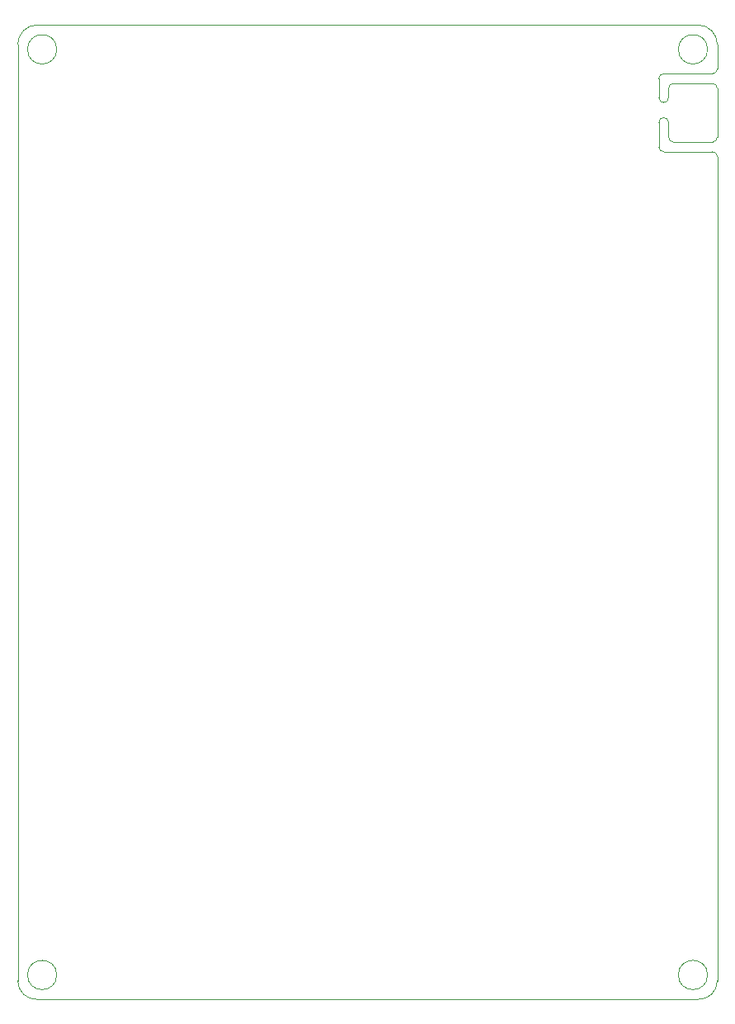
<source format=gm1>
G04 #@! TF.GenerationSoftware,KiCad,Pcbnew,(6.0.5)*
G04 #@! TF.CreationDate,2022-06-09T16:15:49+02:00*
G04 #@! TF.ProjectId,ruche,72756368-652e-46b6-9963-61645f706362,rev?*
G04 #@! TF.SameCoordinates,Original*
G04 #@! TF.FileFunction,Profile,NP*
%FSLAX46Y46*%
G04 Gerber Fmt 4.6, Leading zero omitted, Abs format (unit mm)*
G04 Created by KiCad (PCBNEW (6.0.5)) date 2022-06-09 16:15:49*
%MOMM*%
%LPD*%
G01*
G04 APERTURE LIST*
G04 #@! TA.AperFunction,Profile*
%ADD10C,0.050000*%
G04 #@! TD*
G04 APERTURE END LIST*
D10*
X98500000Y-169010000D02*
X166300000Y-169010000D01*
X168300000Y-80610000D02*
X168300000Y-75610000D01*
X168299975Y-71110000D02*
G75*
G03*
X166300000Y-69100000I-1999975J10000D01*
G01*
X96500000Y-80390000D02*
X96500000Y-167110000D01*
X163300000Y-76560000D02*
X163300000Y-75610000D01*
X167800000Y-81110000D02*
G75*
G03*
X168300000Y-80610000I0J500000D01*
G01*
X163800000Y-81110000D02*
X167800000Y-81110000D01*
X167300000Y-71610000D02*
G75*
G03*
X167300000Y-71610000I-1500000J0D01*
G01*
X167800000Y-74110000D02*
X162800000Y-74110000D01*
X98500000Y-69100000D02*
X125900000Y-69100000D01*
X168300000Y-75610000D02*
G75*
G03*
X167800000Y-75110000I-500000J0D01*
G01*
X162800000Y-74110000D02*
G75*
G03*
X162300000Y-74610000I0J-500000D01*
G01*
X163300000Y-79110000D02*
G75*
G03*
X162300000Y-79110000I-500000J0D01*
G01*
X100500000Y-166510000D02*
G75*
G03*
X100500000Y-166510000I-1500000J0D01*
G01*
X167800000Y-82110000D02*
X162800000Y-82110000D01*
X166300000Y-69100000D02*
X125900000Y-69100000D01*
X162300000Y-81610000D02*
X162300000Y-79110000D01*
X163300000Y-79110000D02*
X163300000Y-80610000D01*
X163300000Y-80610000D02*
G75*
G03*
X163800000Y-81110000I500000J0D01*
G01*
X98500000Y-69100025D02*
G75*
G03*
X96500000Y-71110000I10000J-2009975D01*
G01*
X166300000Y-169010000D02*
G75*
G03*
X168300000Y-167110000I97500J1900000D01*
G01*
X162300000Y-81610000D02*
G75*
G03*
X162800000Y-82110000I500000J0D01*
G01*
X96500000Y-167110000D02*
G75*
G03*
X98500000Y-169010000I1902500J0D01*
G01*
X168300000Y-82610000D02*
G75*
G03*
X167800000Y-82110000I-500000J0D01*
G01*
X167300000Y-166510000D02*
G75*
G03*
X167300000Y-166510000I-1500000J0D01*
G01*
X163800000Y-75110000D02*
X167800000Y-75110000D01*
X168300000Y-73610000D02*
X168300000Y-71110000D01*
X163800000Y-75110000D02*
G75*
G03*
X163300000Y-75610000I0J-500000D01*
G01*
X162300000Y-74610000D02*
X162300000Y-76560000D01*
X167800000Y-74110000D02*
G75*
G03*
X168300000Y-73610000I2801J497199D01*
G01*
X96500000Y-80390000D02*
X96500000Y-71110000D01*
X162300000Y-76560000D02*
G75*
G03*
X163300000Y-76560000I500000J0D01*
G01*
X168300000Y-167110000D02*
X168300000Y-82610000D01*
X100500000Y-71610000D02*
G75*
G03*
X100500000Y-71610000I-1500000J0D01*
G01*
M02*

</source>
